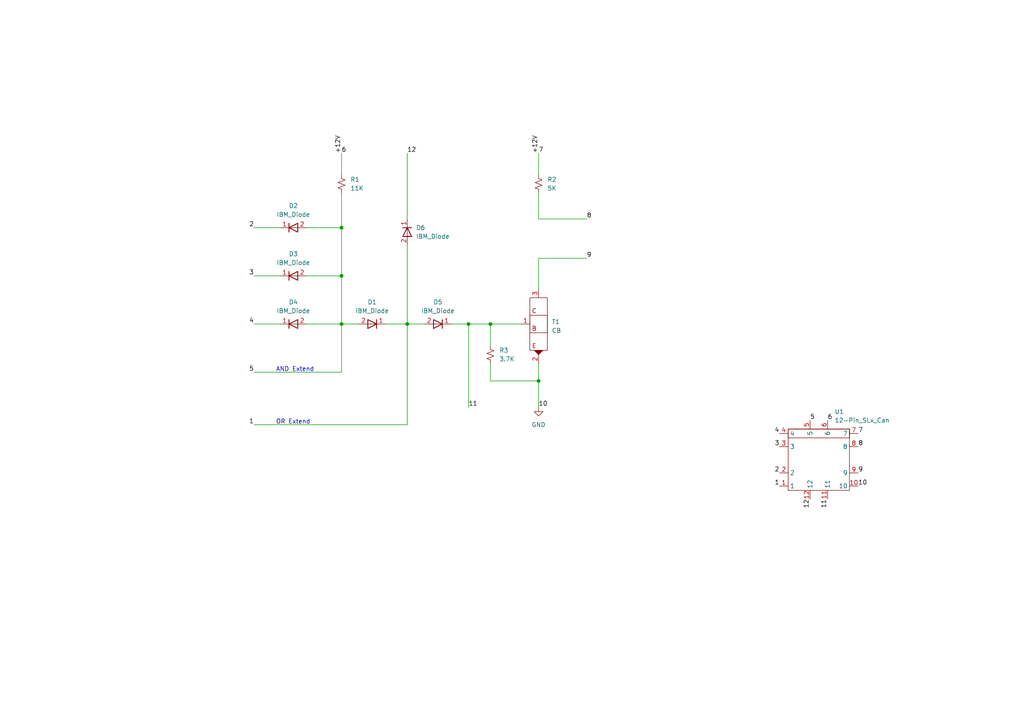
<source format=kicad_sch>
(kicad_sch (version 20211123) (generator eeschema)
  (paper "A4")
  (lib_symbols
    (symbol "Device:R_Small_US" (pin_numbers hide) (pin_names (offset 0.254) hide)
      (property "Reference" "R" (at 0.762 0.508 0))
      (property "Value" "R_Small_US" (at 0.762 -1.016 0))
      (symbol "R_Small_US_1_1"
        (polyline (pts (xy 0 0) (xy 1.016 -0.381) (xy 0 -0.762) (xy -1.016 -1.143) (xy 0 -1.524)))
        (polyline (pts (xy 0 1.524) (xy 1.016 1.143) (xy 0 0.762) (xy -1.016 0.381) (xy 0 0)))
        (pin passive line (at 0 2.54 270) (length 1.016) (name "~") (number "1"))
        (pin passive line (at 0 -2.54 90) (length 1.016) (name "~") (number "2"))
      )
    )
    (symbol "IBM_SLT-SLD:12-Pin_SLx_Can"
      (property "Reference" "U" (at 0 -2.54 0))
      (property "Value" "12-Pin_SLx_Can" (at 0 0 0))
      (symbol "12-Pin_SLx_Can_0_1"
        (rectangle (start -8.89 8.89) (end 8.89 -8.89))
        (rectangle (start -8.89 8.89) (end 8.89 6.35))
      )
      (symbol "12-Pin_SLx_Can_1_1"
        (pin passive line (at -11.43 -7.62 0) (length 2.54) (name "1") (number "1"))
        (pin passive line (at 11.43 -7.62 180) (length 2.54) (name "10") (number "10"))
        (pin passive line (at 2.54 -11.43 90) (length 2.54) (name "11") (number "11"))
        (pin passive line (at -2.54 -11.43 90) (length 2.54) (name "12") (number "12"))
        (pin passive line (at -11.43 -3.81 0) (length 2.54) (name "2") (number "2"))
        (pin passive line (at -11.43 3.81 0) (length 2.54) (name "3") (number "3"))
        (pin passive line (at -11.43 7.62 0) (length 2.54) (name "4") (number "4"))
        (pin passive line (at -2.54 11.43 270) (length 2.54) (name "5") (number "5"))
        (pin passive line (at 2.54 11.43 270) (length 2.54) (name "6") (number "6"))
        (pin passive line (at 11.43 7.62 180) (length 2.54) (name "7") (number "7"))
        (pin passive line (at 11.43 3.81 180) (length 2.54) (name "8") (number "8"))
        (pin passive line (at 11.43 -3.81 180) (length 2.54) (name "9") (number "9"))
      )
    )
    (symbol "IBM_SLT-SLD:IBM_Diode"
      (property "Reference" "D" (at 0 5.08 0))
      (property "Value" "IBM_Diode" (at 0 2.54 0))
      (symbol "IBM_Diode_0_1"
        (polyline (pts (xy -1.27 1.27) (xy -1.27 -1.27)) (stroke (width 0.254)))
        (polyline (pts (xy 1.27 0) (xy -1.27 0)))
        (polyline (pts (xy 1.27 1.27) (xy 1.27 -1.27) (xy -1.27 0) (xy 1.27 1.27)) (stroke (width 0.254)))
      )
      (symbol "IBM_Diode_1_1"
        (pin passive line (at -3.81 0 0) (length 2.54) (name "K") (number "1"))
        (pin passive line (at 3.81 0 180) (length 2.54) (name "A") (number "2"))
      )
    )
    (symbol "IBM_SLT-SLD:IBM_Transistor"
      (property "Reference" "T" (at 0 5.08 0))
      (property "Value" "IBM_Transistor" (at 7.62 8.89 0))
      (symbol "IBM_Transistor_0_0"
        (text "B" (at -1.27 -1.27 0) (effects (font (size 1.27 1.27))))
        (text "C" (at -1.27 3.81 0) (effects (font (size 1.27 1.27))))
        (text "E" (at -1.27 -6.35 0) (effects (font (size 1.27 1.27))))
      )
      (symbol "IBM_Transistor_0_1"
        (rectangle (start -2.54 2.54) (end 2.54 -2.54))
        (rectangle (start -2.54 7.62) (end 2.54 -7.62))
        (polyline (pts (xy -1.27 -7.62) (xy 0 -8.89) (xy 1.27 -7.62)) (fill (type outline)))
      )
      (symbol "IBM_Transistor_1_1"
        (pin passive line (at -5.08 0 0) (length 2.54) (name "B") (number "1"))
        (pin passive line (at 0 -11.43 90) (length 2.54) (name "E") (number "2"))
        (pin passive line (at 0 10.16 270) (length 2.54) (name "C") (number "3"))
      )
    )
    (symbol "power:GND" (power) (pin_names (offset 0))
      (property "Value" "GND" (at 0 -3.81 0))
      (symbol "GND_0_1"
        (polyline (pts (xy 0 0) (xy 0 -1.27) (xy 1.27 -1.27) (xy 0 -2.54) (xy -1.27 -1.27) (xy 0 -1.27)))
      )
      (symbol "GND_1_1"
        (pin power_in line (at 0 0 270) (length 0) hide (name "GND") (number "1"))
      )
    )
  )
  (junction (at 156.21 110.49))
  (junction (at 118.11 93.98))
  (junction (at 135.89 93.98))
  (junction (at 99.06 66.04))
  (junction (at 142.24 93.98))
  (junction (at 99.06 80.01))
  (junction (at 99.06 93.98))
  (wire (pts (xy 156.21 44.45) (xy 156.21 50.8)))
  (wire (pts (xy 118.11 123.19) (xy 73.66 123.19)))
  (wire (pts (xy 73.66 80.01) (xy 81.28 80.01)))
  (wire (pts (xy 118.11 44.45) (xy 118.11 63.5)))
  (wire (pts (xy 156.21 55.88) (xy 156.21 63.5)))
  (wire (pts (xy 99.06 93.98) (xy 104.14 93.98)))
  (wire (pts (xy 135.89 93.98) (xy 135.89 118.11)))
  (wire (pts (xy 99.06 66.04) (xy 88.9 66.04)))
  (wire (pts (xy 156.21 105.41) (xy 156.21 110.49)))
  (wire (pts (xy 156.21 74.93) (xy 170.18 74.93)))
  (wire (pts (xy 99.06 80.01) (xy 99.06 93.98)))
  (wire (pts (xy 73.66 66.04) (xy 81.28 66.04)))
  (wire (pts (xy 130.81 93.98) (xy 135.89 93.98)))
  (wire (pts (xy 135.89 93.98) (xy 142.24 93.98)))
  (wire (pts (xy 142.24 93.98) (xy 142.24 100.33)))
  (wire (pts (xy 118.11 93.98) (xy 123.19 93.98)))
  (wire (pts (xy 111.76 93.98) (xy 118.11 93.98)))
  (wire (pts (xy 99.06 80.01) (xy 88.9 80.01)))
  (wire (pts (xy 73.66 93.98) (xy 81.28 93.98)))
  (wire (pts (xy 73.66 107.95) (xy 99.06 107.95)))
  (wire (pts (xy 156.21 83.82) (xy 156.21 74.93)))
  (wire (pts (xy 142.24 93.98) (xy 151.13 93.98)))
  (wire (pts (xy 118.11 93.98) (xy 118.11 123.19)))
  (wire (pts (xy 156.21 110.49) (xy 156.21 118.11)))
  (wire (pts (xy 118.11 71.12) (xy 118.11 93.98)))
  (wire (pts (xy 99.06 107.95) (xy 99.06 93.98)))
  (wire (pts (xy 142.24 110.49) (xy 156.21 110.49)))
  (wire (pts (xy 99.06 44.45) (xy 99.06 50.8)))
  (wire (pts (xy 156.21 63.5) (xy 170.18 63.5)))
  (wire (pts (xy 142.24 105.41) (xy 142.24 110.49)))
  (wire (pts (xy 99.06 55.88) (xy 99.06 66.04)))
  (wire (pts (xy 99.06 66.04) (xy 99.06 80.01)))
  (wire (pts (xy 88.9 93.98) (xy 99.06 93.98)))
  (text "OR Extend" (at 80.01 123.19 0) (effects (font (size 1.27 1.27)) (justify left bottom)))
  (text "AND Extend" (at 80.01 107.95 0) (effects (font (size 1.27 1.27)) (justify left bottom)))
  (label "8" (at 170.18 63.5 0))
  (label "9" (at 248.92 137.16 0))
  (label "7" (at 248.92 125.73 0))
  (label "5" (at 73.66 107.95 180))
  (label "+12V" (at 99.06 44.45 90))
  (label "5" (at 234.95 121.92 0))
  (label "11" (at 240.03 144.78 270))
  (label "7" (at 156.21 44.45 0))
  (label "2" (at 73.66 66.04 180))
  (label "6" (at 99.06 44.45 0))
  (label "4" (at 226.06 125.73 180))
  (label "10" (at 248.92 140.97 0))
  (label "11" (at 135.89 118.11 0))
  (label "3" (at 226.06 129.54 180))
  (label "8" (at 248.92 129.54 0))
  (label "1" (at 226.06 140.97 180))
  (label "1" (at 73.66 123.19 180))
  (label "12" (at 234.95 144.78 270))
  (label "4" (at 73.66 93.98 180))
  (label "3" (at 73.66 80.01 180))
  (label "10" (at 156.21 118.11 0))
  (label "2" (at 226.06 137.16 180))
  (label "+12V" (at 156.21 44.45 90))
  (label "9" (at 170.18 74.93 0))
  (label "12" (at 118.11 44.45 0))
  (label "6" (at 240.03 121.92 0))
  (symbol (lib_id "power:GND") (at 156.21 118.11 0) (unit 1)
    (property "Reference" "#PWR0102" (effects hide))
    (property "Value" "GND" (at 156.21 123.19 0))
  )
  (symbol (lib_id "Device:R_Small_US") (at 99.06 53.34 0) (unit 1)
    (property "Reference" "R1" (at 101.6 52.0699 0) (effects (justify left)))
    (property "Value" "11K" (at 101.6 54.6099 0) (effects (justify left)))
    (property "Footprint" "Resistor_SMD:R_0201_0603Metric" (effects hide))
  )
  (symbol (lib_id "IBM_SLT-SLD:IBM_Diode") (at 107.95 93.98 180) (unit 1)
    (property "Reference" "D1" (at 107.95 87.63 0))
    (property "Value" "IBM_Diode" (at 107.95 90.17 0))
    (property "Footprint" "Diode_SMD:D_0201_0603Metric" (effects hide))
  )
  (symbol (lib_id "IBM_SLT-SLD:12-Pin_SLx_Can") (at 237.49 133.35 0) (unit 1)
    (property "Reference" "U1" (at 242.0494 119.38 0) (effects (justify left)))
    (property "Value" "12-Pin_SLx_Can" (at 242.0494 121.92 0) (effects (justify left)))
    (property "Footprint" "IBM_SLT-SLD:12-Pin_SLx_Can" (effects hide))
  )
  (symbol (lib_id "IBM_SLT-SLD:IBM_Diode") (at 118.11 67.31 270) (unit 1)
    (property "Reference" "D6" (at 120.65 66.0399 90) (effects (justify left)))
    (property "Value" "IBM_Diode" (at 120.65 68.5799 90) (effects (justify left)))
    (property "Footprint" "Diode_SMD:D_0201_0603Metric" (effects hide))
  )
  (symbol (lib_id "IBM_SLT-SLD:IBM_Diode") (at 85.09 93.98 0) (unit 1)
    (property "Reference" "D4" (at 85.09 87.63 0))
    (property "Value" "IBM_Diode" (at 85.09 90.17 0))
    (property "Footprint" "Diode_SMD:D_0201_0603Metric" (effects hide))
  )
  (symbol (lib_id "IBM_SLT-SLD:IBM_Transistor") (at 156.21 93.98 0) (unit 1)
    (property "Reference" "T1" (at 160.02 93.3449 0) (effects (justify left)))
    (property "Value" "CB" (at 160.02 95.8849 0) (effects (justify left)))
  )
  (symbol (lib_id "Device:R_Small_US") (at 156.21 53.34 0) (unit 1)
    (property "Reference" "R2" (at 158.75 52.0699 0) (effects (justify left)))
    (property "Value" "5K" (at 158.75 54.6099 0) (effects (justify left)))
    (property "Footprint" "Resistor_SMD:R_0201_0603Metric" (effects hide))
  )
  (symbol (lib_id "IBM_SLT-SLD:IBM_Diode") (at 127 93.98 180) (unit 1)
    (property "Reference" "D5" (at 127 87.63 0))
    (property "Value" "IBM_Diode" (at 127 90.17 0))
    (property "Footprint" "Diode_SMD:D_0201_0603Metric" (effects hide))
  )
  (symbol (lib_id "IBM_SLT-SLD:IBM_Diode") (at 85.09 80.01 0) (unit 1)
    (property "Reference" "D3" (at 85.09 73.66 0))
    (property "Value" "IBM_Diode" (at 85.09 76.2 0))
    (property "Footprint" "Diode_SMD:D_0201_0603Metric" (effects hide))
  )
  (symbol (lib_id "IBM_SLT-SLD:IBM_Diode") (at 85.09 66.04 0) (unit 1)
    (property "Reference" "D2" (at 85.09 59.69 0))
    (property "Value" "IBM_Diode" (at 85.09 62.23 0))
    (property "Footprint" "Diode_SMD:D_0201_0603Metric" (effects hide))
  )
  (symbol (lib_id "Device:R_Small_US") (at 142.24 102.87 0) (unit 1)
    (property "Reference" "R3" (at 144.78 101.5999 0) (effects (justify left)))
    (property "Value" "3.7K" (at 144.78 104.1399 0) (effects (justify left)))
    (property "Footprint" "Resistor_SMD:R_0201_0603Metric" (effects hide))
  )
)
</source>
